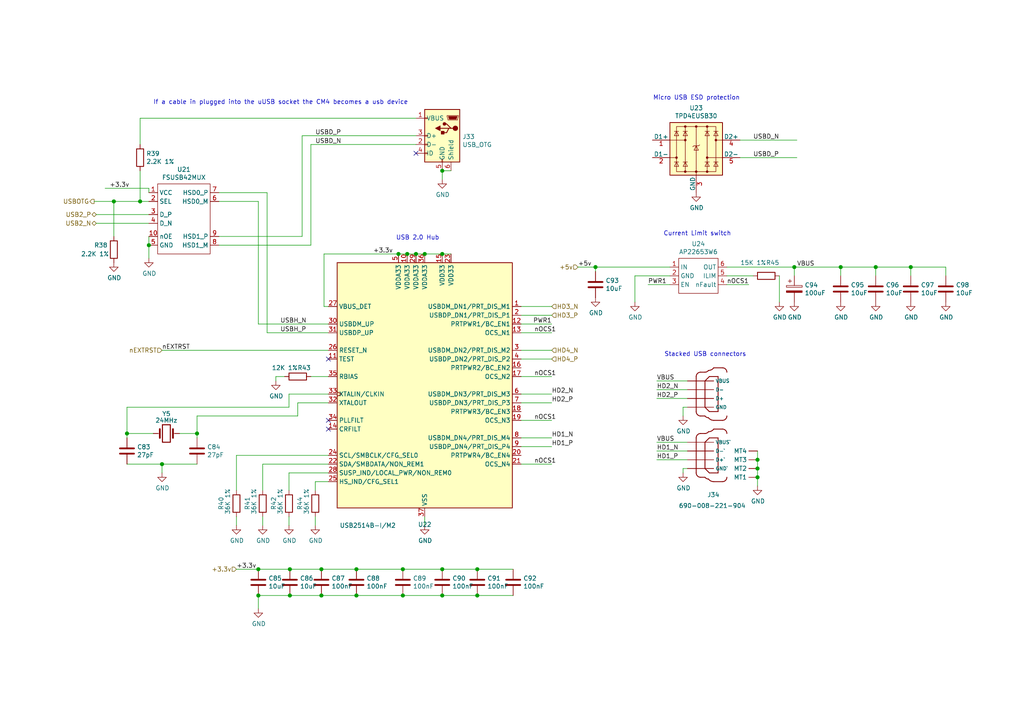
<source format=kicad_sch>
(kicad_sch (version 20210621) (generator eeschema)
  (paper "A4")
  (title_block (title "Compute Module 4 IO Board - USB") (rev "1") (company "(c) Raspberry Pi Trading 2020") (comment 1 "www.raspberrypi.org"))
  (lib_symbols
    (symbol "CM4IO:AP2553W6"
      (property "Reference" "U" (at 3.81 -6.35 0))
      (property "Value" "AP2553W6" (at -3.81 -6.35 0))
      (symbol "AP2553W6_0_0"
        (pin power_in line (at -8.89 2.54 0) (length 2.54) (name "IN") (number "1"))
        (pin power_out line (at -8.89 0 0) (length 2.54) (name "GND") (number "2"))
        (pin input line (at -8.89 -2.54 0) (length 2.54) (name "EN") (number "3"))
        (pin open_collector line (at 7.62 -2.54 180) (length 2.54) (name "nFault") (number "4"))
        (pin passive line (at 7.62 0 180) (length 2.54) (name "ILIM") (number "5"))
        (pin power_out line (at 7.62 2.54 180) (length 2.54) (name "OUT") (number "6"))
      )
      (symbol "AP2553W6_0_1"
        (rectangle (start -6.35 5.08) (end 5.08 -5.08))
      )
    )
    (symbol "CM4IO:FSUSB42MX"
      (property "Reference" "U" (at -7.62 20.32 0))
      (property "Value" "FSUSB42MX" (at -2.54 -2.54 0))
      (symbol "FSUSB42MX_0_0"
        (pin power_in line (at 8.89 16.51 180) (length 2.54) (name "VCC") (number "1"))
        (pin input line (at 8.89 3.81 180) (length 2.54) (name "nOE") (number "10"))
        (pin input line (at 8.89 13.97 180) (length 2.54) (name "SEL") (number "2"))
        (pin bidirectional line (at 8.89 10.16 180) (length 2.54) (name "D_P") (number "3"))
        (pin bidirectional line (at 8.89 7.62 180) (length 2.54) (name "D_N") (number "4"))
        (pin power_in line (at 8.89 1.27 180) (length 2.54) (name "GND") (number "5"))
        (pin bidirectional line (at -11.43 13.97 0) (length 2.54) (name "HSD0_M") (number "6"))
        (pin bidirectional line (at -11.43 16.51 0) (length 2.54) (name "HSD0_P") (number "7"))
        (pin bidirectional line (at -11.43 1.27 0) (length 2.54) (name "HSD1_M") (number "8"))
        (pin bidirectional line (at -11.43 3.81 0) (length 2.54) (name "HSD1_P") (number "9"))
      )
      (symbol "FSUSB42MX_0_1"
        (rectangle (start -8.89 19.05) (end 6.35 -1.27))
      )
    )
    (symbol "CM4IO:TPD4EUSB30" (pin_names (offset 0))
      (property "Reference" "U" (at -0.635 8.89 0))
      (property "Value" "TPD4EUSB30" (at 8.89 -10.16 0))
      (symbol "TPD4EUSB30_0_0"
        (rectangle (start -5.715 6.477) (end 5.715 -6.604))
        (polyline (pts (xy -3.175 -6.604) (xy -3.175 6.477)))
        (polyline (pts (xy 0 6.477) (xy 0 -6.604)))
        (polyline (pts (xy 3.175 6.477) (xy 3.175 -6.604)))
      )
      (symbol "TPD4EUSB30_0_1"
        (rectangle (start -7.62 7.62) (end 7.62 -7.62) (stroke (width 0.254)) (fill (type background)))
        (circle (center -5.715 -2.54) (radius 0.2794) (fill (type outline)))
        (circle (center -3.175 -6.604) (radius 0.2794) (fill (type outline)))
        (circle (center -3.175 2.54) (radius 0.2794) (fill (type outline)))
        (circle (center -3.175 6.477) (radius 0.2794) (fill (type outline)))
        (circle (center 0 -6.604) (radius 0.2794) (fill (type outline)))
        (polyline (pts (xy -7.747 2.54) (xy -3.175 2.54)))
        (polyline (pts (xy -7.62 -2.54) (xy -5.715 -2.54)))
        (polyline (pts (xy -5.08 -3.81) (xy -6.35 -3.81)))
        (polyline (pts (xy -5.08 5.08) (xy -6.35 5.08)))
        (polyline (pts (xy -2.54 -3.81) (xy -3.81 -3.81)))
        (polyline (pts (xy -2.54 5.08) (xy -3.81 5.08)))
        (polyline (pts (xy -0.635 0.889) (xy -1.016 0.635)))
        (polyline (pts (xy 0 -6.604) (xy 0 -7.62)))
        (polyline (pts (xy 0.635 0.889) (xy -0.635 0.889)))
        (polyline (pts (xy 0.635 0.889) (xy 1.016 1.143)))
        (polyline (pts (xy 3.81 -3.81) (xy 2.54 -3.81)))
        (polyline (pts (xy 3.81 5.08) (xy 2.54 5.08)))
        (polyline (pts (xy 6.35 -3.81) (xy 5.08 -3.81)))
        (polyline (pts (xy 6.35 5.08) (xy 5.08 5.08)))
        (polyline (pts (xy 7.62 -2.54) (xy 3.175 -2.54)))
        (polyline (pts (xy 7.62 2.54) (xy 5.715 2.54)))
        (polyline (pts (xy -5.08 -5.08) (xy -6.35 -5.08) (xy -5.715 -3.81) (xy -5.08 -5.08)))
        (polyline (pts (xy -5.08 3.81) (xy -6.35 3.81) (xy -5.715 5.08) (xy -5.08 3.81)))
        (polyline (pts (xy -2.54 -5.08) (xy -3.81 -5.08) (xy -3.175 -3.81) (xy -2.54 -5.08)))
        (polyline (pts (xy -2.54 3.81) (xy -3.81 3.81) (xy -3.175 5.08) (xy -2.54 3.81)))
        (polyline (pts (xy 0.635 -0.381) (xy -0.635 -0.381) (xy 0 0.889) (xy 0.635 -0.381)))
        (polyline (pts (xy 3.81 -5.08) (xy 2.54 -5.08) (xy 3.175 -3.81) (xy 3.81 -5.08)))
        (polyline (pts (xy 3.81 3.81) (xy 2.54 3.81) (xy 3.175 5.08) (xy 3.81 3.81)))
        (polyline (pts (xy 6.35 -5.08) (xy 5.08 -5.08) (xy 5.715 -3.81) (xy 6.35 -5.08)))
        (polyline (pts (xy 6.35 3.81) (xy 5.08 3.81) (xy 5.715 5.08) (xy 6.35 3.81)))
        (circle (center 0 6.477) (radius 0.2794) (fill (type outline)))
        (circle (center 3.175 -6.604) (radius 0.2794) (fill (type outline)))
        (circle (center 3.175 -2.54) (radius 0.2794) (fill (type outline)))
        (circle (center 3.175 6.477) (radius 0.2794) (fill (type outline)))
        (circle (center 5.715 2.54) (radius 0.2794) (fill (type outline)))
      )
      (symbol "TPD4EUSB30_1_1"
        (pin passive line (at -12.7 2.54 0) (length 5.08) (name "D1+") (number "1"))
        (pin passive line (at -12.7 2.54 0) (length 5.08) hide (name "~") (number "10"))
        (pin passive line (at -12.7 -2.54 0) (length 5.08) (name "D1-") (number "2"))
        (pin power_in line (at 0 -12.7 90) (length 5.08) (name "GND") (number "3"))
        (pin passive line (at 12.7 2.54 180) (length 5.08) (name "D2+") (number "4"))
        (pin passive line (at 12.7 -2.54 180) (length 5.08) (name "D2-") (number "5"))
        (pin passive line (at 12.7 -2.54 180) (length 5.08) hide (name "~") (number "6"))
        (pin passive line (at 12.7 2.54 180) (length 5.08) hide (name "~") (number "7"))
        (pin passive line (at 0 -12.7 90) (length 5.08) hide (name "GND") (number "8"))
        (pin passive line (at -12.7 -2.54 0) (length 5.08) hide (name "~") (number "9"))
      )
    )
    (symbol "CM4IO:USB_67298-4090" (pin_numbers hide)
      (property "Reference" "J" (at -5.08 21.6408 0))
      (property "Value" "USB_67298-4090" (at -5.08 -17.8054 0))
      (symbol "USB_67298-4090_0_0"
        (arc (start -5.08 -11.43) (mid -4.708 -12.328) (end -3.81 -12.7) (stroke (width 0.254)))
        (arc (start -5.08 6.35) (mid -4.708 5.452) (end -3.81 5.08) (stroke (width 0.254)))
        (arc (start -3.81 0) (mid -4.708 -0.372) (end -5.08 -1.27) (stroke (width 0.254)))
        (arc (start -3.81 17.78) (mid -4.708 17.408) (end -5.08 16.51) (stroke (width 0.254)))
        (arc (start -2.54 -12.7) (mid -3.108 -15.1059) (end -1.524 -13.208) (stroke (width 0.254)))
        (arc (start -2.54 0) (mid -1.972 0.1341) (end -1.524 0.508) (stroke (width 0.254)))
        (arc (start -2.54 5.08) (mid -3.108 2.6741) (end -1.524 4.572) (stroke (width 0.254)))
        (arc (start -2.54 17.78) (mid -1.972 17.9141) (end -1.524 18.288) (stroke (width 0.254)))
        (arc (start -1.524 -13.208) (mid -0.8519 -13.7689) (end 0 -13.97) (stroke (width 0.254)))
        (arc (start -1.524 0.508) (mid 0.8519 -2.3389) (end 0 1.27) (stroke (width 0.254)))
        (arc (start -1.524 4.572) (mid -0.8519 4.0111) (end 0 3.81) (stroke (width 0.254)))
        (arc (start -1.524 18.288) (mid 0.8519 15.4411) (end 0 19.05) (stroke (width 0.254)))
        (polyline (pts (xy -5.08 -1.27) (xy -5.08 -11.43)) (stroke (width 0.254)))
        (polyline (pts (xy -5.08 16.51) (xy -5.08 6.35)) (stroke (width 0.254)))
        (polyline (pts (xy -3.81 -12.7) (xy -2.54 -12.7)) (stroke (width 0.254)))
        (polyline (pts (xy -3.81 0) (xy -2.54 0)) (stroke (width 0.254)))
        (polyline (pts (xy -3.81 5.08) (xy -2.54 5.08)) (stroke (width 0.254)))
        (polyline (pts (xy -3.81 17.78) (xy -2.54 17.78)) (stroke (width 0.254)))
        (polyline (pts (xy -2.54 -10.16) (xy -1.27 -11.43)) (stroke (width 0.254)))
        (polyline (pts (xy -2.54 -2.54) (xy -2.54 -10.16)) (stroke (width 0.254)))
        (polyline (pts (xy -2.54 7.62) (xy -1.27 6.35)) (stroke (width 0.254)))
        (polyline (pts (xy -2.54 15.24) (xy -2.54 7.62)) (stroke (width 0.254)))
        (polyline (pts (xy -1.27 -11.43) (xy 1.27 -11.43)) (stroke (width 0.254)))
        (polyline (pts (xy -1.27 -1.27) (xy -2.54 -2.54)) (stroke (width 0.254)))
        (polyline (pts (xy -1.27 6.35) (xy 1.27 6.35)) (stroke (width 0.254)))
        (polyline (pts (xy -1.27 16.51) (xy -2.54 15.24)) (stroke (width 0.254)))
        (polyline (pts (xy 0 -13.97) (xy 2.54 -13.97)) (stroke (width 0.254)))
        (polyline (pts (xy 0 1.27) (xy 2.54 1.27)) (stroke (width 0.254)))
        (polyline (pts (xy 0 3.81) (xy 2.54 3.81)) (stroke (width 0.254)))
        (polyline (pts (xy 0 19.05) (xy 2.54 19.05)) (stroke (width 0.254)))
        (polyline (pts (xy 1.27 -11.43) (xy 1.27 -1.27)) (stroke (width 0.254)))
        (polyline (pts (xy 1.27 -1.27) (xy -1.27 -1.27)) (stroke (width 0.254)))
        (polyline (pts (xy 1.27 6.35) (xy 1.27 16.51)) (stroke (width 0.254)))
        (polyline (pts (xy 1.27 16.51) (xy -1.27 16.51)) (stroke (width 0.254)))
        (arc (start 2.54 -13.97) (mid 3.438 -13.598) (end 3.81 -12.7) (stroke (width 0.254)))
        (arc (start 2.54 3.81) (mid 3.438 4.182) (end 3.81 5.08) (stroke (width 0.254)))
        (arc (start 3.81 0) (mid 3.438 0.898) (end 2.54 1.27) (stroke (width 0.254)))
        (arc (start 3.81 17.78) (mid 3.438 18.678) (end 2.54 19.05) (stroke (width 0.254)))
        (pin power_in line (at -7.62 -2.54 0) (length 7.62) (name "VBUS`") (number "1"))
        (pin passive line (at -7.62 -5.08 0) (length 7.62) (name "D-`") (number "2"))
        (pin passive line (at -7.62 -7.62 0) (length 7.62) (name "D+`") (number "3"))
        (pin power_in line (at -7.62 -10.16 0) (length 7.62) (name "GND`") (number "4"))
        (pin power_in line (at -7.62 15.24 0) (length 7.62) (name "VBUS") (number "5"))
        (pin passive line (at -7.62 12.7 0) (length 7.62) (name "D-") (number "6"))
        (pin passive line (at -7.62 10.16 0) (length 7.62) (name "D+") (number "7"))
        (pin power_in line (at -7.62 7.62 0) (length 7.62) (name "GND") (number "8"))
        (pin passive line (at 12.7 -12.7 180) (length 2.54) (name "MT1") (number "MT1"))
        (pin passive line (at 12.7 -10.16 180) (length 2.54) (name "MT2") (number "MT2"))
        (pin passive line (at 12.7 -7.62 180) (length 2.54) (name "MT3") (number "MT3"))
        (pin passive line (at 12.7 -5.08 180) (length 2.54) (name "MT4") (number "MT4"))
      )
    )
    (symbol "Connector:USB_OTG"
      (property "Reference" "J" (at -5.08 11.43 0))
      (property "Value" "USB_OTG" (at -5.08 8.89 0))
      (symbol "USB_OTG_0_1"
        (rectangle (start -5.08 -7.62) (end 5.08 7.62) (stroke (width 0.254)) (fill (type background)))
        (circle (center -3.81 2.159) (radius 0.635) (stroke (width 0.254)) (fill (type outline)))
        (circle (center -0.635 3.429) (radius 0.381) (stroke (width 0.254)) (fill (type outline)))
        (rectangle (start -0.127 -7.62) (end 0.127 -6.858))
        (polyline (pts (xy -1.905 2.159) (xy 0.635 2.159)) (stroke (width 0.254)))
        (polyline (pts (xy -3.175 2.159) (xy -2.54 2.159) (xy -1.27 3.429) (xy -0.635 3.429)) (stroke (width 0.254)))
        (polyline (pts (xy -2.54 2.159) (xy -1.905 2.159) (xy -1.27 0.889) (xy 0 0.889)) (stroke (width 0.254)))
        (polyline (pts (xy 0.635 2.794) (xy 0.635 1.524) (xy 1.905 2.159) (xy 0.635 2.794)) (stroke (width 0.254)) (fill (type outline)))
        (polyline (pts (xy -4.318 5.588) (xy -1.778 5.588) (xy -2.032 4.826) (xy -4.064 4.826) (xy -4.318 5.588)) (fill (type outline)))
        (polyline (pts (xy -4.699 5.842) (xy -4.699 5.588) (xy -4.445 4.826) (xy -4.445 4.572) (xy -1.651 4.572) (xy -1.651 4.826) (xy -1.397 5.588) (xy -1.397 5.842) (xy -4.699 5.842)))
        (rectangle (start 0.254 1.27) (end -0.508 0.508) (stroke (width 0.254)) (fill (type outline)))
        (rectangle (start 5.08 -5.207) (end 4.318 -4.953))
        (rectangle (start 5.08 -2.667) (end 4.318 -2.413))
        (rectangle (start 5.08 -0.127) (end 4.318 0.127))
        (rectangle (start 5.08 4.953) (end 4.318 5.207))
      )
      (symbol "USB_OTG_1_1"
        (pin power_in line (at 7.62 5.08 180) (length 2.54) (name "VBUS") (number "1"))
        (pin passive line (at 7.62 -2.54 180) (length 2.54) (name "D-") (number "2"))
        (pin passive line (at 7.62 0 180) (length 2.54) (name "D+") (number "3"))
        (pin passive line (at 7.62 -5.08 180) (length 2.54) (name "ID") (number "4"))
        (pin power_in line (at 0 -10.16 90) (length 2.54) (name "GND") (number "5"))
        (pin passive line (at -2.54 -10.16 90) (length 2.54) (name "Shield") (number "6"))
      )
    )
    (symbol "Device:C" (pin_numbers hide) (pin_names (offset 0.254))
      (property "Reference" "C" (at 0.635 2.54 0))
      (property "Value" "C" (at 0.635 -2.54 0))
      (symbol "C_0_1"
        (polyline (pts (xy -2.032 -0.762) (xy 2.032 -0.762)) (stroke (width 0.508)))
        (polyline (pts (xy -2.032 0.762) (xy 2.032 0.762)) (stroke (width 0.508)))
      )
      (symbol "C_1_1"
        (pin passive line (at 0 3.81 270) (length 2.794) (name "~") (number "1"))
        (pin passive line (at 0 -3.81 90) (length 2.794) (name "~") (number "2"))
      )
    )
    (symbol "Device:CP" (pin_numbers hide) (pin_names (offset 0.254))
      (property "Reference" "C" (at 0.635 2.54 0))
      (property "Value" "CP" (at 0.635 -2.54 0))
      (symbol "CP_0_1"
        (rectangle (start -2.286 0.508) (end 2.286 1.016))
        (polyline (pts (xy -1.778 2.286) (xy -0.762 2.286)))
        (polyline (pts (xy -1.27 2.794) (xy -1.27 1.778)))
        (rectangle (start 2.286 -0.508) (end -2.286 -1.016) (fill (type outline)))
      )
      (symbol "CP_1_1"
        (pin passive line (at 0 3.81 270) (length 2.794) (name "~") (number "1"))
        (pin passive line (at 0 -3.81 90) (length 2.794) (name "~") (number "2"))
      )
    )
    (symbol "Device:Crystal" (pin_numbers hide) (pin_names hide)
      (property "Reference" "Y" (at 0 3.81 0))
      (property "Value" "Crystal" (at 0 -3.81 0))
      (symbol "Crystal_0_1"
        (rectangle (start -1.143 2.54) (end 1.143 -2.54) (stroke (width 0.3048)))
        (polyline (pts (xy -2.54 0) (xy -1.905 0)))
        (polyline (pts (xy -1.905 -1.27) (xy -1.905 1.27)) (stroke (width 0.508)))
        (polyline (pts (xy 1.905 -1.27) (xy 1.905 1.27)) (stroke (width 0.508)))
        (polyline (pts (xy 2.54 0) (xy 1.905 0)))
      )
      (symbol "Crystal_1_1"
        (pin passive line (at -3.81 0 0) (length 1.27) (name "1") (number "1"))
        (pin passive line (at 3.81 0 180) (length 1.27) (name "2") (number "2"))
      )
    )
    (symbol "Device:R" (pin_numbers hide) (pin_names (offset 0))
      (property "Reference" "R" (at 2.032 0 90))
      (property "Value" "R" (at 0 0 90))
      (symbol "R_0_1"
        (rectangle (start -1.016 -2.54) (end 1.016 2.54) (stroke (width 0.254)))
      )
      (symbol "R_1_1"
        (pin passive line (at 0 3.81 270) (length 1.27) (name "~") (number "1"))
        (pin passive line (at 0 -3.81 90) (length 1.27) (name "~") (number "2"))
      )
    )
    (symbol "Interface_USB:USB2514B_Bi"
      (property "Reference" "U" (at -17.78 40.64 0))
      (property "Value" "USB2514B_Bi" (at -20.32 38.1 0))
      (symbol "USB2514B_Bi_0_1"
        (rectangle (start -25.4 35.56) (end 25.4 -35.56) (stroke (width 0.254)) (fill (type background)))
      )
      (symbol "USB2514B_Bi_1_1"
        (pin bidirectional line (at 27.94 22.86 180) (length 2.54) (name "USBDM_DN1/PRT_DIS_M1") (number "1"))
        (pin power_in line (at -5.08 38.1 270) (length 2.54) (name "VDDA33") (number "10"))
        (pin input line (at -27.94 7.62 0) (length 2.54) (name "TEST") (number "11"))
        (pin bidirectional line (at 27.94 17.78 180) (length 2.54) (name "PRTPWR1/BC_EN1") (number "12"))
        (pin input line (at 27.94 15.24 180) (length 2.54) (name "OCS_N1") (number "13"))
        (pin input line (at -27.94 -12.7 0) (length 2.54) (name "CRFILT") (number "14"))
        (pin power_in line (at 5.08 38.1 270) (length 2.54) (name "VDD33") (number "15"))
        (pin bidirectional line (at 27.94 5.08 180) (length 2.54) (name "PRTPWR2/BC_EN2") (number "16"))
        (pin input line (at 27.94 2.54 180) (length 2.54) (name "OCS_N2") (number "17"))
        (pin bidirectional line (at 27.94 -7.62 180) (length 2.54) (name "PRTPWR3/BC_EN3") (number "18"))
        (pin input line (at 27.94 -10.16 180) (length 2.54) (name "OCS_N3") (number "19"))
        (pin bidirectional line (at 27.94 20.32 180) (length 2.54) (name "USBDP_DN1/PRT_DIS_P1") (number "2"))
        (pin bidirectional line (at 27.94 -20.32 180) (length 2.54) (name "PRTPWR4/BC_EN4") (number "20"))
        (pin input line (at 27.94 -22.86 180) (length 2.54) (name "OCS_N4") (number "21"))
        (pin bidirectional line (at -27.94 -22.86 0) (length 2.54) (name "SDA/SMBDATA/NON_REM1") (number "22"))
        (pin power_in line (at 7.62 38.1 270) (length 2.54) (name "VDD33") (number "23"))
        (pin bidirectional line (at -27.94 -20.32 0) (length 2.54) (name "SCL/SMBCLK/CFG_SEL0") (number "24"))
        (pin bidirectional line (at -27.94 -27.94 0) (length 2.54) (name "HS_IND/CFG_SEL1") (number "25"))
        (pin input line (at -27.94 10.16 0) (length 2.54) (name "RESET_N") (number "26"))
        (pin input line (at -27.94 22.86 0) (length 2.54) (name "VBUS_DET") (number "27"))
        (pin bidirectional line (at -27.94 -25.4 0) (length 2.54) (name "SUSP_IND/LOCAL_PWR/NON_REM0") (number "28"))
        (pin power_in line (at -2.54 38.1 270) (length 2.54) (name "VDDA33") (number "29"))
        (pin bidirectional line (at 27.94 10.16 180) (length 2.54) (name "USBDM_DN2/PRT_DIS_M2") (number "3"))
        (pin bidirectional line (at -27.94 17.78 0) (length 2.54) (name "USBDM_UP") (number "30"))
        (pin bidirectional line (at -27.94 15.24 0) (length 2.54) (name "USBDP_UP") (number "31"))
        (pin output line (at -27.94 -5.08 0) (length 2.54) (name "XTALOUT") (number "32"))
        (pin input clock (at -27.94 -2.54 0) (length 2.54) (name "XTALIN/CLKIN") (number "33"))
        (pin input line (at -27.94 -10.16 0) (length 2.54) (name "PLLFILT") (number "34"))
        (pin input line (at -27.94 2.54 0) (length 2.54) (name "RBIAS") (number "35"))
        (pin power_in line (at 0 38.1 270) (length 2.54) (name "VDDA33") (number "36"))
        (pin power_in line (at 0 -38.1 90) (length 2.54) (name "VSS") (number "37"))
        (pin bidirectional line (at 27.94 7.62 180) (length 2.54) (name "USBDP_DN2/PRT_DIS_P2") (number "4"))
        (pin power_in line (at -7.62 38.1 270) (length 2.54) (name "VDDA33") (number "5"))
        (pin bidirectional line (at 27.94 -2.54 180) (length 2.54) (name "USBDM_DN3/PRT_DIS_M3") (number "6"))
        (pin bidirectional line (at 27.94 -5.08 180) (length 2.54) (name "USBDP_DN3/PRT_DIS_P3") (number "7"))
        (pin bidirectional line (at 27.94 -15.24 180) (length 2.54) (name "USBDM_DN4/PRT_DIS_M4") (number "8"))
        (pin bidirectional line (at 27.94 -17.78 180) (length 2.54) (name "USBDP_DN4/PRT_DIS_P4") (number "9"))
      )
    )
    (symbol "power:GND" (power) (pin_names (offset 0))
      (property "Value" "GND" (at 0 -3.81 0))
      (symbol "GND_0_1"
        (polyline (pts (xy 0 0) (xy 0 -1.27) (xy 1.27 -1.27) (xy 0 -2.54) (xy -1.27 -1.27) (xy 0 -1.27)))
      )
      (symbol "GND_1_1"
        (pin power_in line (at 0 0 270) (length 0) hide (name "GND") (number "1"))
      )
    )
  )
  (junction (at 103.378 172.72) (diameter 1.016))
  (junction (at 138.43 172.72) (diameter 1.016))
  (junction (at 33.02 58.42) (diameter 1.016))
  (junction (at 74.93 165.1) (diameter 1.016))
  (junction (at 254 77.47) (diameter 1.016))
  (junction (at 138.43 165.1) (diameter 1.016))
  (junction (at 219.71 133.35) (diameter 1.016))
  (junction (at 128.27 49.53) (diameter 1.016))
  (junction (at 123.19 73.66) (diameter 1.016))
  (junction (at 36.83 125.73) (diameter 1.016))
  (junction (at 120.65 73.66) (diameter 1.016))
  (junction (at 40.64 58.42) (diameter 1.016))
  (junction (at 118.11 73.66) (diameter 1.016))
  (junction (at 93.218 172.72) (diameter 1.016))
  (junction (at 128.27 165.1) (diameter 1.016))
  (junction (at 116.84 172.72) (diameter 1.016))
  (junction (at 230.378 77.47) (diameter 1.016))
  (junction (at 264.16 77.47) (diameter 1.016))
  (junction (at 74.93 172.72) (diameter 1.016))
  (junction (at 43.18 71.12) (diameter 1.016))
  (junction (at 128.27 172.72) (diameter 1.016))
  (junction (at 115.57 73.66) (diameter 1.016))
  (junction (at 93.218 165.1) (diameter 1.016))
  (junction (at 84.074 165.1) (diameter 1.016))
  (junction (at 57.15 125.73) (diameter 1.016))
  (junction (at 219.71 135.89) (diameter 1.016))
  (junction (at 103.378 165.1) (diameter 1.016))
  (junction (at 84.074 172.72) (diameter 1.016))
  (junction (at 219.71 138.43) (diameter 1.016))
  (junction (at 172.72 77.47) (diameter 1.016))
  (junction (at 243.84 77.47) (diameter 1.016))
  (junction (at 128.27 73.66) (diameter 1.016))
  (junction (at 46.99 134.62) (diameter 1.016))
  (junction (at 116.84 165.1) (diameter 1.016))
  (no_connect (at 95.25 121.92))
  (no_connect (at 95.25 104.14))
  (no_connect (at 95.25 124.46))
  (no_connect (at 120.65 44.45))
  (wire (pts (xy 115.57 73.66) (xy 118.11 73.66)))
  (wire (pts (xy 40.64 41.91) (xy 40.64 34.29)))
  (wire (pts (xy 74.93 58.42) (xy 74.93 93.98)))
  (wire (pts (xy 80.01 109.22) (xy 80.01 110.49)))
  (wire (pts (xy 103.378 165.1) (xy 116.84 165.1)))
  (wire (pts (xy 151.13 91.44) (xy 160.02 91.44)))
  (wire (pts (xy 86.36 120.65) (xy 57.15 120.65)))
  (wire (pts (xy 103.378 172.72) (xy 116.84 172.72)))
  (wire (pts (xy 128.27 165.1) (xy 138.43 165.1)))
  (wire (pts (xy 36.83 134.62) (xy 46.99 134.62)))
  (wire (pts (xy 40.64 58.42) (xy 33.02 58.42)))
  (wire (pts (xy 151.13 104.14) (xy 160.02 104.14)))
  (wire (pts (xy 210.82 77.47) (xy 230.378 77.47)))
  (wire (pts (xy 68.58 149.86) (xy 68.58 152.4)))
  (wire (pts (xy 43.18 58.42) (xy 40.64 58.42)))
  (wire (pts (xy 210.82 82.55) (xy 217.17 82.55)))
  (wire (pts (xy 190.5 110.49) (xy 199.39 110.49)))
  (wire (pts (xy 199.39 135.89) (xy 198.12 135.89)))
  (wire (pts (xy 151.13 88.9) (xy 160.02 88.9)))
  (wire (pts (xy 190.5 113.03) (xy 199.39 113.03)))
  (wire (pts (xy 46.99 101.6) (xy 95.25 101.6)))
  (wire (pts (xy 46.99 134.62) (xy 57.15 134.62)))
  (wire (pts (xy 243.84 80.01) (xy 243.84 77.47)))
  (wire (pts (xy 151.13 109.22) (xy 160.02 109.22)))
  (wire (pts (xy 116.84 172.72) (xy 128.27 172.72)))
  (wire (pts (xy 172.72 78.74) (xy 172.72 77.47)))
  (wire (pts (xy 116.84 165.1) (xy 128.27 165.1)))
  (wire (pts (xy 167.64 77.47) (xy 172.72 77.47)))
  (wire (pts (xy 95.25 116.84) (xy 86.36 116.84)))
  (wire (pts (xy 77.47 55.88) (xy 77.47 96.52)))
  (wire (pts (xy 90.17 71.12) (xy 90.17 41.91)))
  (wire (pts (xy 128.27 73.66) (xy 130.81 73.66)))
  (wire (pts (xy 90.17 109.22) (xy 95.25 109.22)))
  (wire (pts (xy 76.2 134.62) (xy 95.25 134.62)))
  (wire (pts (xy 91.44 142.24) (xy 91.44 139.7)))
  (wire (pts (xy 210.82 80.01) (xy 218.44 80.01)))
  (wire (pts (xy 84.074 165.1) (xy 93.218 165.1)))
  (wire (pts (xy 30.48 54.61) (xy 43.18 54.61)))
  (wire (pts (xy 93.218 165.1) (xy 103.378 165.1)))
  (wire (pts (xy 190.5 130.81) (xy 199.39 130.81)))
  (wire (pts (xy 226.06 80.01) (xy 226.06 87.63)))
  (wire (pts (xy 57.15 125.73) (xy 57.15 127)))
  (wire (pts (xy 93.98 73.66) (xy 115.57 73.66)))
  (wire (pts (xy 68.58 142.24) (xy 68.58 132.08)))
  (wire (pts (xy 219.71 135.89) (xy 219.71 138.43)))
  (wire (pts (xy 254 77.47) (xy 264.16 77.47)))
  (wire (pts (xy 43.18 55.88) (xy 43.18 54.61)))
  (wire (pts (xy 120.65 73.66) (xy 123.19 73.66)))
  (wire (pts (xy 190.5 128.27) (xy 199.39 128.27)))
  (wire (pts (xy 27.305 58.42) (xy 33.02 58.42)))
  (wire (pts (xy 274.32 80.01) (xy 274.32 77.47)))
  (wire (pts (xy 83.82 118.11) (xy 36.83 118.11)))
  (wire (pts (xy 254 77.47) (xy 254 80.01)))
  (wire (pts (xy 128.27 52.07) (xy 128.27 49.53)))
  (wire (pts (xy 138.43 165.1) (xy 148.844 165.1)))
  (wire (pts (xy 151.13 101.6) (xy 160.02 101.6)))
  (wire (pts (xy 36.83 125.73) (xy 44.45 125.73)))
  (wire (pts (xy 76.2 142.24) (xy 76.2 134.62)))
  (wire (pts (xy 83.82 142.24) (xy 83.82 137.16)))
  (wire (pts (xy 63.5 58.42) (xy 74.93 58.42)))
  (wire (pts (xy 76.2 149.86) (xy 76.2 152.4)))
  (wire (pts (xy 151.13 93.98) (xy 160.02 93.98)))
  (wire (pts (xy 93.98 88.9) (xy 93.98 73.66)))
  (wire (pts (xy 57.15 120.65) (xy 57.15 125.73)))
  (wire (pts (xy 95.25 88.9) (xy 93.98 88.9)))
  (wire (pts (xy 43.18 68.58) (xy 43.18 71.12)))
  (wire (pts (xy 172.72 77.47) (xy 194.31 77.47)))
  (wire (pts (xy 90.17 41.91) (xy 120.65 41.91)))
  (wire (pts (xy 83.82 114.3) (xy 95.25 114.3)))
  (wire (pts (xy 123.19 149.86) (xy 123.19 152.4)))
  (wire (pts (xy 83.82 114.3) (xy 83.82 118.11)))
  (wire (pts (xy 151.13 116.84) (xy 160.02 116.84)))
  (wire (pts (xy 151.13 121.92) (xy 160.02 121.92)))
  (wire (pts (xy 187.96 82.55) (xy 194.31 82.55)))
  (wire (pts (xy 199.39 118.11) (xy 198.12 118.11)))
  (wire (pts (xy 84.074 172.72) (xy 93.218 172.72)))
  (wire (pts (xy 264.16 77.47) (xy 264.16 80.01)))
  (wire (pts (xy 151.13 96.52) (xy 160.02 96.52)))
  (wire (pts (xy 230.378 77.47) (xy 230.378 80.01)))
  (wire (pts (xy 87.63 68.58) (xy 87.63 39.37)))
  (wire (pts (xy 198.12 135.89) (xy 198.12 137.16)))
  (wire (pts (xy 95.25 93.98) (xy 74.93 93.98)))
  (wire (pts (xy 36.83 127) (xy 36.83 125.73)))
  (wire (pts (xy 40.64 49.53) (xy 40.64 58.42)))
  (wire (pts (xy 68.58 165.1) (xy 74.93 165.1)))
  (wire (pts (xy 230.378 77.47) (xy 243.84 77.47)))
  (wire (pts (xy 123.19 73.66) (xy 128.27 73.66)))
  (wire (pts (xy 219.71 138.43) (xy 219.71 140.97)))
  (wire (pts (xy 63.5 55.88) (xy 77.47 55.88)))
  (wire (pts (xy 86.36 116.84) (xy 86.36 120.65)))
  (wire (pts (xy 151.13 127) (xy 160.02 127)))
  (wire (pts (xy 63.5 71.12) (xy 90.17 71.12)))
  (wire (pts (xy 198.12 118.11) (xy 198.12 120.65)))
  (wire (pts (xy 36.83 118.11) (xy 36.83 125.73)))
  (wire (pts (xy 43.18 71.12) (xy 43.18 74.93)))
  (wire (pts (xy 151.13 114.3) (xy 160.02 114.3)))
  (wire (pts (xy 82.55 109.22) (xy 80.01 109.22)))
  (wire (pts (xy 68.58 132.08) (xy 95.25 132.08)))
  (wire (pts (xy 219.71 133.35) (xy 219.71 135.89)))
  (wire (pts (xy 151.13 129.54) (xy 160.02 129.54)))
  (wire (pts (xy 77.47 96.52) (xy 95.25 96.52)))
  (wire (pts (xy 91.44 139.7) (xy 95.25 139.7)))
  (wire (pts (xy 46.99 134.62) (xy 46.99 137.16)))
  (wire (pts (xy 190.5 115.57) (xy 199.39 115.57)))
  (wire (pts (xy 128.27 49.53) (xy 130.81 49.53)))
  (wire (pts (xy 243.84 77.47) (xy 254 77.47)))
  (wire (pts (xy 194.31 80.01) (xy 184.15 80.01)))
  (wire (pts (xy 214.63 45.72) (xy 231.14 45.72)))
  (wire (pts (xy 87.63 39.37) (xy 120.65 39.37)))
  (wire (pts (xy 128.27 172.72) (xy 138.43 172.72)))
  (wire (pts (xy 40.64 34.29) (xy 120.65 34.29)))
  (wire (pts (xy 138.43 172.72) (xy 148.844 172.72)))
  (wire (pts (xy 52.07 125.73) (xy 57.15 125.73)))
  (wire (pts (xy 151.13 134.62) (xy 160.02 134.62)))
  (wire (pts (xy 91.44 149.86) (xy 91.44 152.4)))
  (wire (pts (xy 63.5 68.58) (xy 87.63 68.58)))
  (wire (pts (xy 184.15 80.01) (xy 184.15 87.63)))
  (wire (pts (xy 33.02 58.42) (xy 33.02 68.58)))
  (wire (pts (xy 118.11 73.66) (xy 120.65 73.66)))
  (wire (pts (xy 83.82 137.16) (xy 95.25 137.16)))
  (wire (pts (xy 83.82 149.86) (xy 83.82 152.4)))
  (wire (pts (xy 74.93 165.1) (xy 84.074 165.1)))
  (wire (pts (xy 190.5 133.35) (xy 199.39 133.35)))
  (wire (pts (xy 93.218 172.72) (xy 103.378 172.72)))
  (wire (pts (xy 74.93 172.72) (xy 84.074 172.72)))
  (wire (pts (xy 74.93 176.53) (xy 74.93 172.72)))
  (wire (pts (xy 27.94 62.23) (xy 43.18 62.23)))
  (wire (pts (xy 219.71 130.81) (xy 219.71 133.35)))
  (wire (pts (xy 214.63 40.64) (xy 231.14 40.64)))
  (wire (pts (xy 27.94 64.77) (xy 43.18 64.77)))
  (wire (pts (xy 264.16 77.47) (xy 274.32 77.47)))
  (text "Micro USB ESD protection" (at 214.63 29.21 180) (effects (font (size 1.27 1.27)) (justify right bottom)))
  (text "Current Limit switch" (at 212.09 68.58 180) (effects (font (size 1.27 1.27)) (justify right bottom)))
  (text "USB 2.0 Hub" (at 127.4318 69.7992 180) (effects (font (size 1.27 1.27)) (justify right bottom)))
  (text "If a cable in plugged into the uUSB socket the CM4 becomes a usb device" (at 44.45 30.48 0) (effects (font (size 1.27 1.27)) (justify left bottom)))
  (text "Stacked USB connectors" (at 216.4588 103.5812 180) (effects (font (size 1.27 1.27)) (justify right bottom)))
  (label "+3.3v" (at 31.75 54.61 0))
  (label "nOCS1" (at 154.94 134.62 0))
  (label "HD1_P" (at 160.02 129.54 0))
  (label "PWR1" (at 160.02 93.98 180))
  (label "nOCS1" (at 210.82 82.55 0))
  (label "USBD_P" (at 218.44 45.72 0))
  (label "HD1_N" (at 190.5 130.81 0))
  (label "nOCS1" (at 154.94 121.92 0))
  (label "+3.3v" (at 108.204 73.66 0))
  (label "PWR1" (at 187.96 82.55 0))
  (label "VBUS" (at 190.5 110.49 0))
  (label "USBH_P" (at 81.28 96.52 0))
  (label "nOCS1" (at 154.94 96.52 0))
  (label "HD1_N" (at 160.02 127 0))
  (label "USBD_N" (at 218.44 40.64 0))
  (label "HD2_P" (at 190.5 115.57 0))
  (label "nEXTRST" (at 46.99 101.6 0))
  (label "USBH_N" (at 81.28 93.98 0))
  (label "USBD_P" (at 91.44 39.37 0))
  (label "USBD_N" (at 91.44 41.91 0))
  (label "VBUS" (at 190.5 128.27 0))
  (label "+5v" (at 167.64 77.47 0))
  (label "nOCS1" (at 154.94 109.22 0))
  (label "HD1_P" (at 190.5 133.35 0))
  (label "HD2_N" (at 190.5 113.03 0))
  (label "HD2_N" (at 160.02 114.3 0))
  (label "VBUS" (at 231.14 77.47 0))
  (label "HD2_P" (at 160.02 116.84 0))
  (label "+3.3v" (at 68.58 165.1 0))
  (hierarchical_label "HD4_N" (shape input) (at 160.02 101.6 0))
  (hierarchical_label "+3.3v" (shape input) (at 68.58 165.1 180))
  (hierarchical_label "HD3_P" (shape input) (at 160.02 91.44 0))
  (hierarchical_label "USBOTG" (shape output) (at 27.305 58.42 180))
  (hierarchical_label "HD4_P" (shape input) (at 160.02 104.14 0))
  (hierarchical_label "nEXTRST" (shape input) (at 46.99 101.6 180))
  (hierarchical_label "USB2_N" (shape bidirectional) (at 27.94 64.77 180))
  (hierarchical_label "HD3_N" (shape input) (at 160.02 88.9 0))
  (hierarchical_label "+5v" (shape input) (at 167.64 77.47 180))
  (hierarchical_label "USB2_P" (shape bidirectional) (at 27.94 62.23 180))
  (symbol (lib_id "CM4IO:USB_67298-4090") (at 207.01 125.73 0) (unit 1)
    (property "Reference" "J34" (at 205.105 143.51 0) (effects (justify left)))
    (property "Value" "690-008-221-904" (at 196.85 146.685 0) (effects (justify left)))
    (property "Footprint" "CM4IO:MOLEX_USB_67298-4090" (effects hide))
    (property "Datasheet" "https://www.molex.com/pdm_docs/sd/672984090_sd.pdf" (effects hide))
    (property "Field4" "Farnell" (effects hide))
    (property "Field5" "	2751688" (effects hide))
    (property "Field6" "690-008-221-904" (effects hide))
    (property "Field7" "EDAC" (effects hide))
    (property "Field8" "UCON00727" (effects hide))
    (property "Part Description" "USB-A (USB TYPE-A), Stacked Receptacle Connector 8 Position Through Hole, Right Angle" (effects hide))
  )
  (symbol (lib_id "Connector:USB_OTG") (at 128.27 39.37 0) (mirror y) (unit 1)
    (property "Reference" "J33" (at 134.112 39.6494 0) (effects (justify right)))
    (property "Value" "USB_OTG" (at 134.112 41.9608 0) (effects (justify right)))
    (property "Footprint" "CM4IO:USB_Micro-B_EDAC_UCON00686" (effects hide))
    (property "Datasheet" "https://cdn.amphenol-icc.com/media/wysiwyg/files/documentation/datasheet/inputoutput/io_usb_micro.pd" (effects hide))
    (property "Field4" "Digikey" (effects hide))
    (property "Field5" "609-4050-2-ND" (effects hide))
    (property "Field6" "690-005-298-486" (effects hide))
    (property "Field7" "EDAC" (effects hide))
    (property "Part Description" "USB - micro B USB 2.0 Receptacle Connector 5 Position Surface Mount, Right Angle; Through Hole" (effects hide))
    (property "Field8" "UCON00686" (effects hide))
  )
  (symbol (lib_id "Device:R") (at 40.64 45.72 0) (unit 1)
    (property "Reference" "R39" (at 42.418 44.5516 0) (effects (justify left)))
    (property "Value" "2.2K 1%" (at 42.418 46.863 0) (effects (justify left)))
    (property "Footprint" "Resistor_SMD:R_0402_1005Metric" (effects hide))
    (property "Datasheet" "https://fscdn.rohm.com/en/products/databook/datasheet/passive/resistor/chip_resistor/mcr-e.pdf" (effects hide))
    (property "Field4" "Farnell" (effects hide))
    (property "Field5" "9239278" (effects hide))
    (property "Field7" "KOA EUROPE GMBH" (effects hide))
    (property "Field6" "RK73G1ETQTP2201D         " (effects hide))
    (property "Part Description" "Resistor 2.2K M1005 1% 63mW" (effects hide))
    (property "Field8" "120889581" (effects hide))
  )
  (symbol (lib_id "power:GND") (at 172.72 86.36 0) (unit 1)
    (property "Reference" "#PWR0124" (effects hide))
    (property "Value" "GND" (at 172.847 90.7542 0))
  )
  (symbol (lib_id "Device:C") (at 243.84 83.82 0) (unit 1)
    (property "Reference" "C95" (at 246.761 82.6516 0) (effects (justify left)))
    (property "Value" "10uF" (at 246.761 84.963 0) (effects (justify left)))
    (property "Footprint" "Capacitor_SMD:C_0805_2012Metric" (effects hide))
    (property "Datasheet" "https://search.murata.co.jp/Ceramy/image/img/A01X/G101/ENG/GRM21BR71A106KA73-01.pdf" (effects hide))
    (property "Field5" "490-14381-1-ND" (effects hide))
    (property "Field4" "Digikey" (effects hide))
    (property "Field6" "GRM21BR71A106KA73L" (effects hide))
    (property "Field7" "Murata" (effects hide))
    (property "Part Description" "	10uF 10% 10V Ceramic Capacitor X7R 0805 (2012 Metric)" (effects hide))
    (property "Field8" "111893011" (effects hide))
  )
  (symbol (lib_id "power:GND") (at 243.84 87.63 0) (unit 1)
    (property "Reference" "#PWR0132" (effects hide))
    (property "Value" "GND" (at 243.967 92.0242 0))
  )
  (symbol (lib_id "Device:C") (at 254 83.82 0) (unit 1)
    (property "Reference" "C96" (at 256.921 82.6516 0) (effects (justify left)))
    (property "Value" "10uF" (at 256.921 84.963 0) (effects (justify left)))
    (property "Footprint" "Capacitor_SMD:C_0805_2012Metric" (effects hide))
    (property "Datasheet" "https://search.murata.co.jp/Ceramy/image/img/A01X/G101/ENG/GRM21BR71A106KA73-01.pdf" (effects hide))
    (property "Field5" "490-14381-1-ND" (effects hide))
    (property "Field4" "Digikey" (effects hide))
    (property "Field6" "GRM21BR71A106KA73L" (effects hide))
    (property "Field7" "Murata" (effects hide))
    (property "Part Description" "	10uF 10% 10V Ceramic Capacitor X7R 0805 (2012 Metric)" (effects hide))
    (property "Field8" "111893011" (effects hide))
  )
  (symbol (lib_id "power:GND") (at 254 87.63 0) (unit 1)
    (property "Reference" "#PWR0133" (effects hide))
    (property "Value" "GND" (at 254.127 92.0242 0))
  )
  (symbol (lib_id "Device:C") (at 264.16 83.82 0) (unit 1)
    (property "Reference" "C97" (at 267.081 82.6516 0) (effects (justify left)))
    (property "Value" "10uF" (at 267.081 84.963 0) (effects (justify left)))
    (property "Footprint" "Capacitor_SMD:C_0805_2012Metric" (effects hide))
    (property "Datasheet" "https://search.murata.co.jp/Ceramy/image/img/A01X/G101/ENG/GRM21BR71A106KA73-01.pdf" (effects hide))
    (property "Field5" "490-14381-1-ND" (effects hide))
    (property "Field4" "Digikey" (effects hide))
    (property "Field6" "GRM21BR71A106KA73L" (effects hide))
    (property "Field7" "Murata" (effects hide))
    (property "Part Description" "	10uF 10% 10V Ceramic Capacitor X7R 0805 (2012 Metric)" (effects hide))
    (property "Field8" "111893011" (effects hide))
  )
  (symbol (lib_id "Device:C") (at 274.32 83.82 0) (unit 1)
    (property "Reference" "C98" (at 277.241 82.6516 0) (effects (justify left)))
    (property "Value" "10uF" (at 277.241 84.963 0) (effects (justify left)))
    (property "Footprint" "Capacitor_SMD:C_0805_2012Metric" (effects hide))
    (property "Datasheet" "https://search.murata.co.jp/Ceramy/image/img/A01X/G101/ENG/GRM21BR71A106KA73-01.pdf" (effects hide))
    (property "Field5" "490-14381-1-ND" (effects hide))
    (property "Field4" "Digikey" (effects hide))
    (property "Field6" "GRM21BR71A106KA73L" (effects hide))
    (property "Field7" "Murata" (effects hide))
    (property "Part Description" "	10uF 10% 10V Ceramic Capacitor X7R 0805 (2012 Metric)" (effects hide))
    (property "Field8" "111893011" (effects hide))
  )
  (symbol (lib_id "power:GND") (at 198.12 120.65 0) (unit 1)
    (property "Reference" "#PWR0126" (effects hide))
    (property "Value" "GND" (at 198.247 125.0442 0))
  )
  (symbol (lib_id "power:GND") (at 198.12 137.16 0) (unit 1)
    (property "Reference" "#PWR0127" (effects hide))
    (property "Value" "GND" (at 198.247 141.5542 0))
  )
  (symbol (lib_id "Device:R") (at 33.02 72.39 0) (unit 1)
    (property "Reference" "R38" (at 27.305 71.12 0) (effects (justify left)))
    (property "Value" "2.2K 1%" (at 23.495 73.66 0) (effects (justify left)))
    (property "Footprint" "Resistor_SMD:R_0402_1005Metric" (effects hide))
    (property "Datasheet" "https://fscdn.rohm.com/en/products/databook/datasheet/passive/resistor/chip_resistor/mcr-e.pdf" (effects hide))
    (property "Field4" "Farnell" (effects hide))
    (property "Field5" "9239278" (effects hide))
    (property "Field7" "KOA EUROPE GMBH" (effects hide))
    (property "Field6" "RK73G1ETQTP2201D         " (effects hide))
    (property "Part Description" "Resistor 2.2K M1005 1% 63mW" (effects hide))
    (property "Field8" "120889581" (effects hide))
  )
  (symbol (lib_id "CM4IO:AP2553W6") (at 203.2 80.01 0) (unit 1)
    (property "Reference" "U24" (at 202.565 70.739 0))
    (property "Value" "AP22653W6" (at 202.565 73.0504 0))
    (property "Footprint" "Package_TO_SOT_SMD:SOT-23-6" (effects hide))
    (property "Datasheet" "https://www.diodes.com/assets/Datasheets/AP255x.pdf" (effects hide))
    (property "Field4" "Digikey" (effects hide))
    (property "Field5" "	31-AP22653W6-7CT-ND" (effects hide))
    (property "Field6" "AP22653W6" (effects hide))
    (property "Field7" "Diodes" (effects hide))
    (property "Part Description" "	Power Switch/Driver 1:1 P-Channel 2.1A SOT-23-6" (effects hide))
  )
  (symbol (lib_id "Interface_USB:USB2514B_Bi") (at 123.19 111.76 0) (unit 1)
    (property "Reference" "U22" (at 123.19 152.1206 0))
    (property "Value" "USB2514B-I/M2" (at 106.68 152.4 0))
    (property "Footprint" "Package_DFN_QFN:QFN-36-1EP_6x6mm_P0.5mm_EP3.7x3.7mm" (effects hide))
    (property "Datasheet" "http://ww1.microchip.com/downloads/en/DeviceDoc/00001692C.pdf" (effects hide))
    (property "Field4" "Farnell" (effects hide))
    (property "Field5" "2775060" (effects hide))
    (property "Field6" "USB2514B-I/M2" (effects hide))
    (property "Field7" "Microchip" (effects hide))
    (property "Part Description" "	USB Hub Controller USB Interface 36-SQFN (6x6)" (effects hide))
    (property "Field8" "UICC00931" (effects hide))
  )
  (symbol (lib_id "power:GND") (at 80.01 110.49 0) (unit 1)
    (property "Reference" "#PWR0119" (effects hide))
    (property "Value" "GND" (at 80.137 114.8842 0))
  )
  (symbol (lib_id "power:GND") (at 184.15 87.63 0) (unit 1)
    (property "Reference" "#PWR0125" (effects hide))
    (property "Value" "GND" (at 184.277 92.0242 0))
  )
  (symbol (lib_id "Device:R") (at 83.82 146.05 0) (unit 1)
    (property "Reference" "R42" (at 79.375 147.955 90) (effects (justify left)))
    (property "Value" "36K 1%" (at 81.28 149.225 90) (effects (justify left)))
    (property "Footprint" "Resistor_SMD:R_0402_1005Metric" (effects hide))
    (property "Datasheet" "https://fscdn.rohm.com/en/products/databook/datasheet/passive/resistor/chip_resistor/mcr-e.pdf" (effects hide))
    (property "Field4" "Farnell" (effects hide))
    (property "Field5" "1458788" (effects hide))
    (property "Field7" "Rohm" (effects hide))
    (property "Field6" "MCR01MZPF3602" (effects hide))
    (property "Part Description" "Resistor 36K M1005 1% 63mW" (effects hide))
  )
  (symbol (lib_id "Device:R") (at 76.2 146.05 0) (unit 1)
    (property "Reference" "R41" (at 71.755 147.955 90) (effects (justify left)))
    (property "Value" "36K 1%" (at 73.66 149.225 90) (effects (justify left)))
    (property "Footprint" "Resistor_SMD:R_0402_1005Metric" (effects hide))
    (property "Datasheet" "https://fscdn.rohm.com/en/products/databook/datasheet/passive/resistor/chip_resistor/mcr-e.pdf" (effects hide))
    (property "Field4" "Farnell" (effects hide))
    (property "Field5" "1458788" (effects hide))
    (property "Field7" "Rohm" (effects hide))
    (property "Field6" "MCR01MZPF3602" (effects hide))
    (property "Part Description" "Resistor 36K M1005 1% 63mW" (effects hide))
  )
  (symbol (lib_id "Device:R") (at 68.58 146.05 0) (unit 1)
    (property "Reference" "R40" (at 64.135 147.955 90) (effects (justify left)))
    (property "Value" "36K 1%" (at 66.04 149.225 90) (effects (justify left)))
    (property "Footprint" "Resistor_SMD:R_0402_1005Metric" (effects hide))
    (property "Datasheet" "https://fscdn.rohm.com/en/products/databook/datasheet/passive/resistor/chip_resistor/mcr-e.pdf" (effects hide))
    (property "Field4" "Farnell" (effects hide))
    (property "Field5" "1458788" (effects hide))
    (property "Field7" "Rohm" (effects hide))
    (property "Field6" "MCR01MZPF3602" (effects hide))
    (property "Part Description" "Resistor 36K M1005 1% 63mW" (effects hide))
  )
  (symbol (lib_id "power:GND") (at 68.58 152.4 0) (unit 1)
    (property "Reference" "#PWR0116" (effects hide))
    (property "Value" "GND" (at 68.707 156.7942 0))
  )
  (symbol (lib_id "power:GND") (at 76.2 152.4 0) (unit 1)
    (property "Reference" "#PWR0118" (effects hide))
    (property "Value" "GND" (at 76.327 156.7942 0))
  )
  (symbol (lib_id "power:GND") (at 83.82 152.4 0) (unit 1)
    (property "Reference" "#PWR0120" (effects hide))
    (property "Value" "GND" (at 83.947 156.7942 0))
  )
  (symbol (lib_id "power:GND") (at 91.44 152.4 0) (unit 1)
    (property "Reference" "#PWR0121" (effects hide))
    (property "Value" "GND" (at 91.567 156.7942 0))
  )
  (symbol (lib_id "Device:R") (at 222.25 80.01 90) (unit 1)
    (property "Reference" "R45" (at 226.06 76.2 90) (effects (justify left)))
    (property "Value" "15K 1%" (at 222.25 76.2 90) (effects (justify left)))
    (property "Footprint" "Resistor_SMD:R_0402_1005Metric" (effects hide))
    (property "Datasheet" "https://fscdn.rohm.com/en/products/databook/datasheet/passive/resistor/chip_resistor/mcr-e.pdf" (effects hide))
    (property "Field4" "Farnell" (effects hide))
    (property "Field5" "9239375" (effects hide))
    (property "Field6" "MCR01MZPF1502" (effects hide))
    (property "Field7" "Rohm" (effects hide))
    (property "Part Description" "Resistor 15K M1005 1% 63mW" (effects hide))
    (property "Field8" "120891581" (effects hide))
  )
  (symbol (lib_id "power:GND") (at 226.06 87.63 0) (unit 1)
    (property "Reference" "#PWR0130" (effects hide))
    (property "Value" "GND" (at 226.187 92.0242 0))
  )
  (symbol (lib_id "power:GND") (at 264.16 87.63 0) (unit 1)
    (property "Reference" "#PWR0134" (effects hide))
    (property "Value" "GND" (at 264.287 92.0242 0))
  )
  (symbol (lib_id "power:GND") (at 274.32 87.63 0) (unit 1)
    (property "Reference" "#PWR0135" (effects hide))
    (property "Value" "GND" (at 274.447 92.0242 0))
  )
  (symbol (lib_id "power:GND") (at 219.71 140.97 0) (unit 1)
    (property "Reference" "#PWR0129" (effects hide))
    (property "Value" "GND" (at 219.837 145.3642 0))
  )
  (symbol (lib_id "power:GND") (at 128.27 52.07 0) (unit 1)
    (property "Reference" "#PWR0123" (effects hide))
    (property "Value" "GND" (at 128.397 56.4642 0))
  )
  (symbol (lib_id "CM4IO:FSUSB42MX") (at 52.07 72.39 0) (mirror y) (unit 1)
    (property "Reference" "U21" (at 53.34 49.149 0))
    (property "Value" "FSUSB42MUX" (at 53.34 51.4604 0))
    (property "Footprint" "Package_SO:MSOP-10_3x3mm_P0.5mm" (effects hide))
    (property "Datasheet" "https://www.onsemi.com/pub/Collateral/FSUSB42-D.PDF" (effects hide))
    (property "Field4" "Farnell" (effects hide))
    (property "Field5" "2564479" (effects hide))
    (property "Field6" "FSUSB42MUX" (effects hide))
    (property "Field7" "Onsemi" (effects hide))
    (property "Part Description" "USB Switch IC 1 Channel 10-MSOP" (effects hide))
  )
  (symbol (lib_id "power:GND") (at 123.19 152.4 0) (unit 1)
    (property "Reference" "#PWR0122" (effects hide))
    (property "Value" "GND" (at 123.317 156.7942 0))
  )
  (symbol (lib_id "power:GND") (at 43.18 74.93 0) (unit 1)
    (property "Reference" "#PWR0114" (effects hide))
    (property "Value" "GND" (at 43.307 79.3242 0))
  )
  (symbol (lib_id "power:GND") (at 33.02 76.2 0) (unit 1)
    (property "Reference" "#PWR0113" (effects hide))
    (property "Value" "GND" (at 33.147 80.5942 0))
  )
  (symbol (lib_id "Device:R") (at 86.36 109.22 90) (unit 1)
    (property "Reference" "R43" (at 90.17 106.68 90) (effects (justify left)))
    (property "Value" "12K 1%" (at 86.36 106.68 90) (effects (justify left)))
    (property "Footprint" "Resistor_SMD:R_0402_1005Metric" (effects hide))
    (property "Datasheet" "https://fscdn.rohm.com/en/products/databook/datasheet/passive/resistor/chip_resistor/mcr-e.pdf" (effects hide))
    (property "Field4" "Farnell" (effects hide))
    (property "Field5" "9239367" (effects hide))
    (property "Field7" "Rohm" (effects hide))
    (property "Field6" "MCR01MZPF1202" (effects hide))
    (property "Part Description" "Resistor 12K M1005 1% 63mW" (effects hide))
  )
  (symbol (lib_id "Device:R") (at 91.44 146.05 0) (unit 1)
    (property "Reference" "R44" (at 86.995 147.955 90) (effects (justify left)))
    (property "Value" "36K 1%" (at 88.9 149.225 90) (effects (justify left)))
    (property "Footprint" "Resistor_SMD:R_0402_1005Metric" (effects hide))
    (property "Datasheet" "https://fscdn.rohm.com/en/products/databook/datasheet/passive/resistor/chip_resistor/mcr-e.pdf" (effects hide))
    (property "Field4" "Farnell" (effects hide))
    (property "Field5" "1458788" (effects hide))
    (property "Field7" "Rohm" (effects hide))
    (property "Field6" "MCR01MZPF3602" (effects hide))
    (property "Part Description" "Resistor 36K M1005 1% 63mW" (effects hide))
  )
  (symbol (lib_id "Device:C") (at 116.84 168.91 0) (unit 1)
    (property "Reference" "C89" (at 119.761 167.7416 0) (effects (justify left)))
    (property "Value" "100nF" (at 119.761 170.053 0) (effects (justify left)))
    (property "Footprint" "Capacitor_SMD:C_0402_1005Metric" (effects hide))
    (property "Datasheet" "https://search.murata.co.jp/Ceramy/image/img/A01X/G101/ENG/GRM155R71C104KA88-01.pdf" (effects hide))
    (property "Field4" "Farnell" (effects hide))
    (property "Field5" "2611911" (effects hide))
    (property "Field6" "RM EMK105 B7104KV-F" (effects hide))
    (property "Field7" "TAIYO YUDEN EUROPE GMBH" (effects hide))
    (property "Part Description" "	0.1uF 10% 16V Ceramic Capacitor X7R 0402 (1005 Metric)" (effects hide))
    (property "Field8" "110091611" (effects hide))
  )
  (symbol (lib_id "Device:C") (at 128.27 168.91 0) (unit 1)
    (property "Reference" "C90" (at 131.191 167.7416 0) (effects (justify left)))
    (property "Value" "100nF" (at 131.191 170.053 0) (effects (justify left)))
    (property "Footprint" "Capacitor_SMD:C_0402_1005Metric" (effects hide))
    (property "Datasheet" "https://search.murata.co.jp/Ceramy/image/img/A01X/G101/ENG/GRM155R71C104KA88-01.pdf" (effects hide))
    (property "Field4" "Farnell" (effects hide))
    (property "Field5" "2611911" (effects hide))
    (property "Field6" "RM EMK105 B7104KV-F" (effects hide))
    (property "Field7" "TAIYO YUDEN EUROPE GMBH" (effects hide))
    (property "Part Description" "	0.1uF 10% 16V Ceramic Capacitor X7R 0402 (1005 Metric)" (effects hide))
    (property "Field8" "110091611" (effects hide))
  )
  (symbol (lib_id "Device:C") (at 138.43 168.91 0) (unit 1)
    (property "Reference" "C91" (at 141.351 167.7416 0) (effects (justify left)))
    (property "Value" "100nF" (at 141.351 170.053 0) (effects (justify left)))
    (property "Footprint" "Capacitor_SMD:C_0402_1005Metric" (effects hide))
    (property "Datasheet" "https://search.murata.co.jp/Ceramy/image/img/A01X/G101/ENG/GRM155R71C104KA88-01.pdf" (effects hide))
    (property "Field4" "Farnell" (effects hide))
    (property "Field5" "2611911" (effects hide))
    (property "Field6" "RM EMK105 B7104KV-F" (effects hide))
    (property "Field7" "TAIYO YUDEN EUROPE GMBH" (effects hide))
    (property "Part Description" "	0.1uF 10% 16V Ceramic Capacitor X7R 0402 (1005 Metric)" (effects hide))
    (property "Field8" "110091611" (effects hide))
  )
  (symbol (lib_id "Device:C") (at 93.218 168.91 0) (unit 1)
    (property "Reference" "C87" (at 96.139 167.7416 0) (effects (justify left)))
    (property "Value" "100nF" (at 96.139 170.053 0) (effects (justify left)))
    (property "Footprint" "Capacitor_SMD:C_0402_1005Metric" (effects hide))
    (property "Datasheet" "https://search.murata.co.jp/Ceramy/image/img/A01X/G101/ENG/GRM155R71C104KA88-01.pdf" (effects hide))
    (property "Field4" "Farnell" (effects hide))
    (property "Field5" "2611911" (effects hide))
    (property "Field6" "RM EMK105 B7104KV-F" (effects hide))
    (property "Field7" "TAIYO YUDEN EUROPE GMBH" (effects hide))
    (property "Part Description" "	0.1uF 10% 16V Ceramic Capacitor X7R 0402 (1005 Metric)" (effects hide))
    (property "Field8" "110091611" (effects hide))
  )
  (symbol (lib_id "power:GND") (at 74.93 176.53 0) (unit 1)
    (property "Reference" "#PWR0117" (effects hide))
    (property "Value" "GND" (at 75.057 180.9242 0))
  )
  (symbol (lib_id "Device:C") (at 74.93 168.91 0) (unit 1)
    (property "Reference" "C85" (at 77.851 167.7416 0) (effects (justify left)))
    (property "Value" "10uF" (at 77.851 170.053 0) (effects (justify left)))
    (property "Footprint" "Capacitor_SMD:C_0805_2012Metric" (effects hide))
    (property "Datasheet" "https://search.murata.co.jp/Ceramy/image/img/A01X/G101/ENG/GRM21BR71A106KA73-01.pdf" (effects hide))
    (property "Field5" "490-14381-1-ND" (effects hide))
    (property "Field4" "Digikey" (effects hide))
    (property "Field6" "GRM21BR71A106KA73L" (effects hide))
    (property "Field7" "Murata" (effects hide))
    (property "Part Description" "	10uF 10% 10V Ceramic Capacitor X7R 0805 (2012 Metric)" (effects hide))
    (property "Field8" "111893011" (effects hide))
  )
  (symbol (lib_id "Device:C") (at 84.074 168.91 0) (unit 1)
    (property "Reference" "C86" (at 86.995 167.7416 0) (effects (justify left)))
    (property "Value" "10uF" (at 86.995 170.053 0) (effects (justify left)))
    (property "Footprint" "Capacitor_SMD:C_0805_2012Metric" (effects hide))
    (property "Datasheet" "https://search.murata.co.jp/Ceramy/image/img/A01X/G101/ENG/GRM21BR71A106KA73-01.pdf" (effects hide))
    (property "Field5" "490-14381-1-ND" (effects hide))
    (property "Field4" "Digikey" (effects hide))
    (property "Field6" "GRM21BR71A106KA73L" (effects hide))
    (property "Field7" "Murata" (effects hide))
    (property "Part Description" "	10uF 10% 10V Ceramic Capacitor X7R 0805 (2012 Metric)" (effects hide))
    (property "Field8" "111893011" (effects hide))
  )
  (symbol (lib_id "Device:Crystal") (at 48.26 125.73 0) (unit 1)
    (property "Reference" "Y5" (at 48.26 120.015 0))
    (property "Value" "24MHz" (at 48.26 121.92 0))
    (property "Footprint" "Crystal:Crystal_SMD_2012-2Pin_2.0x1.2mm" (effects hide))
    (property "Field4" "Farnell" (effects hide))
    (property "Field5" "2508493" (effects hide))
    (property "Field7" "AEL" (effects hide))
    (property "Field6" "X24M000000S128" (effects hide))
    (property "Part Description" "24MHz Crystal 18pf 30ppm 30ppm" (effects hide))
  )
  (symbol (lib_id "Device:C") (at 36.83 130.81 0) (unit 1)
    (property "Reference" "C83" (at 39.751 129.6416 0) (effects (justify left)))
    (property "Value" "27pF" (at 39.751 131.953 0) (effects (justify left)))
    (property "Footprint" "Capacitor_SMD:C_0402_1005Metric" (effects hide))
    (property "Datasheet" "https://search.murata.co.jp/Ceramy/image/img/A01X/G101/ENG/GJM1555C1H270JB01-01.pdf" (effects hide))
    (property "Field8" "UCAP00738 " (effects hide))
    (property "Field5" "490-17672-1-ND" (effects hide))
    (property "Field6" "GJM1555C1H270JB01D" (effects hide))
    (property "Field7" "Murata" (effects hide))
    (property "Part Description" "	27pF 5% 50V Ceramic Capacitor C0G, NP0 0402 (1005 Metric)" (effects hide))
    (property "Field4" "Digikey" (effects hide))
  )
  (symbol (lib_id "Device:C") (at 57.15 130.81 0) (unit 1)
    (property "Reference" "C84" (at 60.071 129.6416 0) (effects (justify left)))
    (property "Value" "27pF" (at 60.071 131.953 0) (effects (justify left)))
    (property "Footprint" "Capacitor_SMD:C_0402_1005Metric" (effects hide))
    (property "Datasheet" "https://search.murata.co.jp/Ceramy/image/img/A01X/G101/ENG/GJM1555C1H270JB01-01.pdf" (effects hide))
    (property "Field8" "UCAP00738 " (effects hide))
    (property "Field5" "490-17672-1-ND" (effects hide))
    (property "Field6" "GJM1555C1H270JB01D" (effects hide))
    (property "Field7" "Murata" (effects hide))
    (property "Part Description" "	27pF 5% 50V Ceramic Capacitor C0G, NP0 0402 (1005 Metric)" (effects hide))
    (property "Field4" "Digikey" (effects hide))
  )
  (symbol (lib_id "power:GND") (at 46.99 137.16 0) (unit 1)
    (property "Reference" "#PWR0115" (effects hide))
    (property "Value" "GND" (at 47.117 141.5542 0))
  )
  (symbol (lib_id "power:GND") (at 201.93 55.88 0) (unit 1)
    (property "Reference" "#PWR0128" (effects hide))
    (property "Value" "GND" (at 202.057 60.2742 0))
  )
  (symbol (lib_id "power:GND") (at 230.378 87.63 0) (unit 1)
    (property "Reference" "#PWR0131" (effects hide))
    (property "Value" "GND" (at 230.505 92.0242 0))
  )
  (symbol (lib_id "Device:C") (at 103.378 168.91 0) (unit 1)
    (property "Reference" "C88" (at 106.299 167.7416 0) (effects (justify left)))
    (property "Value" "100nF" (at 106.299 170.053 0) (effects (justify left)))
    (property "Footprint" "Capacitor_SMD:C_0402_1005Metric" (effects hide))
    (property "Datasheet" "https://search.murata.co.jp/Ceramy/image/img/A01X/G101/ENG/GRM155R71C104KA88-01.pdf" (effects hide))
    (property "Field4" "Farnell" (effects hide))
    (property "Field5" "2611911" (effects hide))
    (property "Field6" "RM EMK105 B7104KV-F" (effects hide))
    (property "Field7" "TAIYO YUDEN EUROPE GMBH" (effects hide))
    (property "Part Description" "	0.1uF 10% 16V Ceramic Capacitor X7R 0402 (1005 Metric)" (effects hide))
    (property "Field8" "110091611" (effects hide))
  )
  (symbol (lib_id "Device:C") (at 148.844 168.91 0) (unit 1)
    (property "Reference" "C92" (at 151.765 167.7416 0) (effects (justify left)))
    (property "Value" "100nF" (at 151.765 170.053 0) (effects (justify left)))
    (property "Footprint" "Capacitor_SMD:C_0402_1005Metric" (effects hide))
    (property "Datasheet" "https://search.murata.co.jp/Ceramy/image/img/A01X/G101/ENG/GRM155R71C104KA88-01.pdf" (effects hide))
    (property "Field4" "Farnell" (effects hide))
    (property "Field5" "2611911" (effects hide))
    (property "Field6" "RM EMK105 B7104KV-F" (effects hide))
    (property "Field7" "TAIYO YUDEN EUROPE GMBH" (effects hide))
    (property "Part Description" "	0.1uF 10% 16V Ceramic Capacitor X7R 0402 (1005 Metric)" (effects hide))
    (property "Field8" "110091611" (effects hide))
  )
  (symbol (lib_id "Device:C") (at 172.72 82.55 0) (unit 1)
    (property "Reference" "C93" (at 175.641 81.3816 0) (effects (justify left)))
    (property "Value" "10uF" (at 175.641 83.693 0) (effects (justify left)))
    (property "Footprint" "Capacitor_SMD:C_0805_2012Metric" (effects hide))
    (property "Datasheet" "https://search.murata.co.jp/Ceramy/image/img/A01X/G101/ENG/GRM21BR71A106KA73-01.pdf" (effects hide))
    (property "Field5" "490-14381-1-ND" (effects hide))
    (property "Field4" "Digikey" (effects hide))
    (property "Field6" "GRM21BR71A106KA73L" (effects hide))
    (property "Field7" "Murata" (effects hide))
    (property "Part Description" "	10uF 10% 10V Ceramic Capacitor X7R 0805 (2012 Metric)" (effects hide))
    (property "Field8" "111893011" (effects hide))
  )
  (symbol (lib_id "CM4IO:TPD4EUSB30") (at 201.93 43.18 0) (unit 1)
    (property "Reference" "U23" (at 201.93 31.3182 0))
    (property "Value" "TPD4EUSB30" (at 201.93 33.6296 0))
    (property "Footprint" "Package_SON:USON-10_2.5x1.0mm_P0.5mm" (effects hide))
    (property "Datasheet" "http://www.ti.com/lit/ds/symlink/tpd2eusb30a.pdf" (effects hide))
    (property "Field4" "Farnell" (effects hide))
    (property "Field5" "2335455" (effects hide))
    (property "Field6" "CDDFN10-3324P-13" (effects hide))
    (property "Field7" "Bourns" (effects hide))
    (property "Field8" "UDIO00346" (effects hide))
    (property "Part Description" "Quad TVS diode for high speed signals (USB3, GigE etc.)" (effects hide))
  )
  (symbol (lib_id "Device:CP") (at 230.378 83.82 0) (unit 1)
    (property "Reference" "C94" (at 233.3752 82.677 0) (effects (justify left)))
    (property "Value" "100uF" (at 233.3752 84.963 0) (effects (justify left)))
    (property "Footprint" "Capacitor_Tantalum_SMD:CP_EIA-7343-31_Kemet-D" (effects hide))
    (property "Field4" "Mouser" (effects hide))
    (property "Field5" "667-EEF-CX0J101R" (effects hide))
    (property "Part Description" "Capacitor, SP-Cap, 100u, 6.3V, 15mR ESR" (effects hide))
  )
)
</source>
